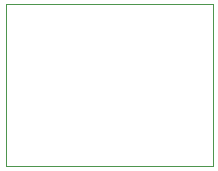
<source format=gbr>
%TF.GenerationSoftware,KiCad,Pcbnew,(6.0.6)*%
%TF.CreationDate,2022-08-19T09:49:53-07:00*%
%TF.ProjectId,rrf_rpi_skr_adapter,7272665f-7270-4695-9f73-6b725f616461,rev?*%
%TF.SameCoordinates,PX8404630PY621abf0*%
%TF.FileFunction,Profile,NP*%
%FSLAX46Y46*%
G04 Gerber Fmt 4.6, Leading zero omitted, Abs format (unit mm)*
G04 Created by KiCad (PCBNEW (6.0.6)) date 2022-08-19 09:49:53*
%MOMM*%
%LPD*%
G01*
G04 APERTURE LIST*
%TA.AperFunction,Profile*%
%ADD10C,0.100000*%
%TD*%
G04 APERTURE END LIST*
D10*
X0Y0D02*
X0Y13716000D01*
X17526000Y0D02*
X0Y0D01*
X0Y13716000D02*
X17526000Y13716000D01*
X17526000Y13716000D02*
X17526000Y0D01*
M02*

</source>
